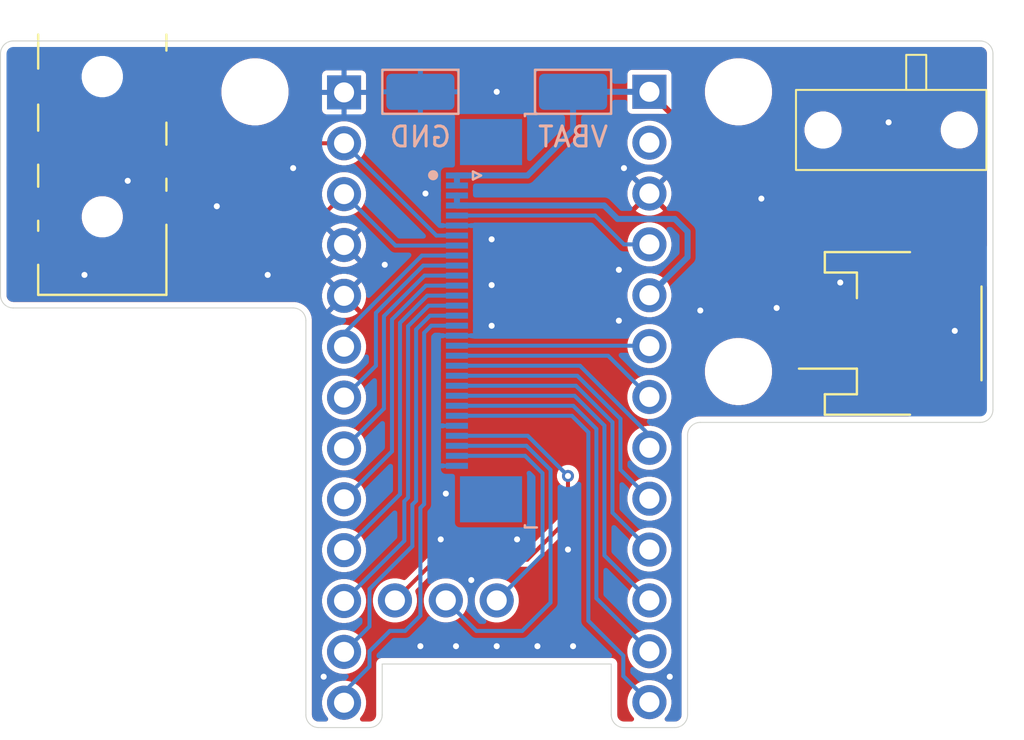
<source format=kicad_pcb>
(kicad_pcb (version 20241229) (generator "pcbnew") (generator_version "9.0")
  (layers (0 "F.Cu" signal) (2 "B.Cu" signal) (13 "F.Paste" user) (15 "B.Paste" user) (5 "F.SilkS" user "F.Silkscreen") (7 "B.SilkS" user "B.Silkscreen") (1 "F.Mask" user) (3 "B.Mask" user) (25 "Edge.Cuts" user))
  (net 0 "")
  (net 1 "GND")
  (net 2 "P1.00")
  (net 3 "P0.20")
  (net 4 "P0.11")
  (net 5 "P1.06")
  (net 6 "P0.22")
  (net 7 "P0.17")
  (net 8 "P0.24")
  (net 9 "P0.06")
  (net 10 "P0.08")
  (net 11 "P1.04")
  (net 12 "P1.07")
  (net 13 "P1.02")
  (net 14 "P1.01")
  (net 15 "+BATT")
  (net 16 "P0.02")
  (net 17 "P0.10")
  (net 18 "P0.29")
  (net 19 "P1.11")
  (net 20 "P0.31")
  (net 21 "RESET")
  (net 22 "P1.15")
  (net 23 "P1.13")
  (net 24 "+3.3V")
  (net 25 "P0.09")
  (net 27 "Net-(J5-Pin_1)")
  (net 33 "VBUS")
  (footprint "Connector_JST:JST_PH_S2B-PH-SM4-TB_1x02-1MP_P2.00mm_Horizontal" (layer "F.Cu") (at 154.305 103.505 90)
    (property "Reference" "J5" (hide yes))
    (property "Value" "Conn_Batt")
    (fp_line (start 4.06 -3.31) (end 3.04 -3.31) (stroke (width 0.12)) (layer "F.SilkS"))
    (fp_line (start 3.04 -3.31) (end 3.04 -1.71) (stroke (width 0.12)) (layer "F.SilkS"))
    (fp_line (start -3.04 -3.31) (end -3.04 -1.71) (stroke (width 0.12)) (layer "F.SilkS"))
    (fp_line (start -4.06 -3.31) (end -3.04 -3.31) (stroke (width 0.12)) (layer "F.SilkS"))
    (fp_line (start 3.04 -1.71) (end 1.76 -1.71) (stroke (width 0.12)) (layer "F.SilkS"))
    (fp_line (start -1.76 -1.71) (end -1.76 -4.6) (stroke (width 0.12)) (layer "F.SilkS"))
    (fp_line (start -3.04 -1.71) (end -1.76 -1.71) (stroke (width 0.12)) (layer "F.SilkS"))
    (fp_line (start 4.06 0.94) (end 4.06 -3.31) (stroke (width 0.12)) (layer "F.SilkS"))
    (fp_line (start -4.06 0.94) (end -4.06 -3.31) (stroke (width 0.12)) (layer "F.SilkS"))
    (fp_line (start -2.34 4.51) (end 2.34 4.51) (stroke (width 0.12)) (layer "F.SilkS"))
    (pad "1" smd roundrect (at -1 -2.85 90) (size 1 3.5) (layers "F.Cu" "F.Mask" "F.Paste") (net 27 "Net-(J5-Pin_1)"))
    (pad "2" smd roundrect (at 1 -2.85 90) (size 1 3.5) (layers "F.Cu" "F.Mask" "F.Paste") (net 1 "GND"))
    (pad "MP" smd roundrect (at -3.35 2.9 90) (size 1.5 3.4) (layers "F.Cu" "F.Mask" "F.Paste") (roundrect_rratio 0.166667))
    (pad "MP" smd roundrect (at 3.35 2.9 90) (size 1.5 3.4) (layers "F.Cu" "F.Mask" "F.Paste") (roundrect_rratio 0.166667))
  )
  (footprint "Connector_PinHeader_2.54mm:PinHeader_1x13_P2.54mm_Vertical" (layer "F.Cu") (at 127 91.47)
    (property "Reference" "J1" (hide yes))
    (property "Value" "Conn_01x13" (hide yes))
    (pad "1" thru_hole rect (at 0 0) (size 1.7 1.7) (drill 1) (layers "*.Cu" "*.Mask") (net 1 "GND"))
    (pad "2" thru_hole circle (at 0 2.54) (size 1.7 1.7) (drill 1) (layers "*.Cu" "*.Mask") (net 9 "P0.06"))
    (pad "3" thru_hole circle (at 0 5.08) (size 1.7 1.7) (drill 1) (layers "*.Cu" "*.Mask") (net 10 "P0.08"))
    (pad "4" thru_hole circle (at 0 7.62) (size 1.7 1.7) (drill 1) (layers "*.Cu" "*.Mask") (net 1 "GND"))
    (pad "5" thru_hole circle (at 0 10.16) (size 1.7 1.7) (drill 1) (layers "*.Cu" "*.Mask") (net 1 "GND"))
    (pad "6" thru_hole circle (at 0 12.7) (size 1.7 1.7) (drill 1) (layers "*.Cu" "*.Mask") (net 7 "P0.17"))
    (pad "7" thru_hole circle (at 0 15.24) (size 1.7 1.7) (drill 1) (layers "*.Cu" "*.Mask") (net 3 "P0.20"))
    (pad "8" thru_hole circle (at 0 17.78) (size 1.7 1.7) (drill 1) (layers "*.Cu" "*.Mask") (net 6 "P0.22"))
    (pad "9" thru_hole circle (at 0 20.32) (size 1.7 1.7) (drill 1) (layers "*.Cu" "*.Mask") (net 8 "P0.24"))
    (pad "10" thru_hole circle (at 0 22.86) (size 1.7 1.7) (drill 1) (layers "*.Cu" "*.Mask") (net 2 "P1.00"))
    (pad "11" thru_hole circle (at 0 25.4) (size 1.7 1.7) (drill 1) (layers "*.Cu" "*.Mask") (net 4 "P0.11"))
    (pad "12" thru_hole circle (at 0 27.94) (size 1.7 1.7) (drill 1) (layers "*.Cu" "*.Mask") (net 11 "P1.04"))
    (pad "13" thru_hole circle (at 0 30.48) (size 1.7 1.7) (drill 1) (layers "*.Cu" "*.Mask") (net 5 "P1.06"))
  )
  (footprint "Connector_PinHeader_2.54mm:PinHeader_1x03_P2.54mm_Vertical" (layer "F.Cu") (at 129.54 116.84 90)
    (property "Reference" "J2" (hide yes))
    (property "Value" "Conn_01x03" (hide yes))
    (pad "1" thru_hole circle (at 0 0 90) (size 1.7 1.7) (drill 1) (layers "*.Cu" "*.Mask") (net 14 "P1.01"))
    (pad "2" thru_hole circle (at 0 2.54 90) (size 1.7 1.7) (drill 1) (layers "*.Cu" "*.Mask") (net 13 "P1.02"))
    (pad "3" thru_hole circle (at 0 5.08 90) (size 1.7 1.7) (drill 1) (layers "*.Cu" "*.Mask") (net 12 "P1.07"))
  )
  (footprint "MountingHole:MountingHole_2.7mm_M2.5_ISO7380" (layer "F.Cu") (at 122.555 91.44)
    (property "Reference" "H1" (hide yes))
    (property "Value" "MountingHole" (hide yes))
    (pad "" np_thru_hole circle (at 0 0) (size 2.7 2.7) (drill 2.7) (layers "*.Cu" "*.Mask"))
  )
  (footprint "ErgoSNM_Keyboard:PJ-393 8P TRRS" (layer "F.Cu") (at 114.935 93.98 90)
    (property "Reference" "TRRS1" (hide yes))
    (property "Value" "PJ-393_TRRS_8P")
    (fp_line (start 3.7 -3.2) (end 5.4 -3.2) (stroke (width 0.12)) (layer "F.SilkS"))
    (fp_line (start 1.9 -3.2) (end 0.6 -3.2) (stroke (width 0.12)) (layer "F.SilkS"))
    (fp_line (start -1.1 -3.2) (end -2.2 -3.2) (stroke (width 0.12)) (layer "F.SilkS"))
    (fp_line (start -3.9 -3.2) (end -4.4 -3.2) (stroke (width 0.12)) (layer "F.SilkS"))
    (fp_line (start -6.1 -3.2) (end -7.6 -3.2) (stroke (width 0.12)) (layer "F.SilkS"))
    (fp_line (start -7.6 -3.2) (end -7.6 3.2) (stroke (width 0.12)) (layer "F.SilkS"))
    (fp_line (start 4.6 3.2) (end 5.4 3.2) (stroke (width 0.12)) (layer "F.SilkS"))
    (fp_line (start 1 3.2) (end -0.1 3.2) (stroke (width 0.12)) (layer "F.SilkS"))
    (fp_line (start -1.8 3.2) (end -2.4 3.2) (stroke (width 0.12)) (layer "F.SilkS"))
    (fp_line (start -7.6 3.2) (end -4.1 3.2) (stroke (width 0.12)) (layer "F.SilkS"))
    (pad "" np_thru_hole circle (at -3.7 0 270) (size 1.4 1.4) (drill 1.4) (layers "*.Cu" "*.Mask"))
    (pad "" np_thru_hole circle (at 3.3 0 270) (size 1.4 1.4) (drill 1.4) (layers "*.Cu" "*.Mask"))
    (pad "R1" smd roundrect (at -3.05 -3.45 270) (size 1.4 2.5) (layers "F.Cu" "F.Mask" "F.Paste") (net 10 "P0.08"))
    (pad "R1_{s}" smd roundrect (at -0.95 3.45 270) (size 1.4 2.5) (layers "F.Cu" "F.Mask" "F.Paste"))
    (pad "R2" smd roundrect (at -0.2 -3.45 270) (size 1.4 2.5) (layers "F.Cu" "F.Mask" "F.Paste") (net 9 "P0.06"))
    (pad "R2_{s}" smd roundrect (at 1.9 3.45 270) (size 1.4 2.5) (layers "F.Cu" "F.Mask" "F.Paste"))
    (pad "S" smd roundrect (at 2.8 -3.45 270) (size 1.4 2.5) (layers "F.Cu" "F.Mask" "F.Paste") (net 33 "VBUS"))
    (pad "S_{s}" smd roundrect (at 3.7 3.45 270) (size 1.4 2.5) (layers "F.Cu" "F.Mask" "F.Paste"))
    (pad "T" smd roundrect (at -3.2 3.45 270) (size 1.4 2.5) (layers "F.Cu" "F.Mask" "F.Paste") (net 1 "GND"))
    (pad "T_{s}" smd roundrect (at -5.3 -3.45 270) (size 1.4 2.5) (layers "F.Cu" "F.Mask" "F.Paste"))
  )
  (footprint "ErgoSNM_Keyboard:MSKT-22D14-T" (layer "F.Cu") (at 154.305 93.345 180)
    (property "Reference" "SW1" (hide yes))
    (property "Value" "SW_DPDT_x2" (hide yes))
    (fp_rect (start 4.75 -2) (end -4.75 2) (stroke (width 0.1)) (fill no) (layer "F.SilkS"))
    (fp_rect (start -0.75 2) (end -1.75 3.75) (stroke (width 0.1)) (fill no) (layer "F.SilkS"))
    (pad "" np_thru_hole circle (at -3.4 0 180) (size 1.2 1.2) (drill 1.2) (layers "*.Cu" "*.Mask"))
    (pad "" np_thru_hole circle (at 3.4 0 180) (size 1.2 1.2) (drill 1.2) (layers "*.Cu" "*.Mask"))
    (pad "1" smd roundrect (at -2.5 -2.9 180) (size 1.2 1.6) (layers "F.Cu" "F.Mask" "F.Paste") (roundrect_rratio 0.1666666667) (net 15 "+BATT"))
    (pad "2" smd roundrect (at 0 -2.9 180) (size 1.2 1.6) (layers "F.Cu" "F.Mask" "F.Paste") (roundrect_rratio 0.1666666667) (net 27 "Net-(J5-Pin_1)"))
    (pad "3" smd roundrect (at 2.5 -2.9 180) (size 1.2 1.6) (layers "F.Cu" "F.Mask" "F.Paste") (roundrect_rratio 0.1666666667))
    (pad "4" smd roundrect (at -2.5 2.9 180) (size 1.2 1.6) (layers "F.Cu" "F.Mask" "F.Paste") (roundrect_rratio 0.1666666667))
    (pad "5" smd roundrect (at 0 2.9 180) (size 1.2 1.6) (layers "F.Cu" "F.Mask" "F.Paste") (roundrect_rratio 0.1666666667))
    (pad "6" smd roundrect (at 2.5 2.9 180) (size 1.2 1.6) (layers "F.Cu" "F.Mask" "F.Paste") (roundrect_rratio 0.1666666667))
  )
  (footprint "Connector_PinHeader_2.54mm:PinHeader_1x13_P2.54mm_Vertical" (layer "F.Cu") (at 142.24 91.44)
    (property "Reference" "J3" (hide yes))
    (property "Value" "Conn_01x13" (hide yes))
    (pad "1" thru_hole rect (at 0 0) (size 1.7 1.7) (drill 1) (layers "*.Cu" "*.Mask") (net 15 "+BATT"))
    (pad "2" thru_hole circle (at 0 2.54) (size 1.7 1.7) (drill 1) (layers "*.Cu" "*.Mask"))
    (pad "3" thru_hole circle (at 0 5.08) (size 1.7 1.7) (drill 1) (layers "*.Cu" "*.Mask") (net 1 "GND"))
    (pad "4" thru_hole circle (at 0 7.62) (size 1.7 1.7) (drill 1) (layers "*.Cu" "*.Mask") (net 21 "RESET"))
    (pad "5" thru_hole circle (at 0 10.16) (size 1.7 1.7) (drill 1) (layers "*.Cu" "*.Mask") (net 24 "+3.3V"))
    (pad "6" thru_hole circle (at 0 12.7) (size 1.7 1.7) (drill 1) (layers "*.Cu" "*.Mask") (net 20 "P0.31"))
    (pad "7" thru_hole circle (at 0 15.24) (size 1.7 1.7) (drill 1) (layers "*.Cu" "*.Mask") (net 18 "P0.29"))
    (pad "8" thru_hole circle (at 0 17.78) (size 1.7 1.7) (drill 1) (layers "*.Cu" "*.Mask") (net 16 "P0.02"))
    (pad "9" thru_hole circle (at 0 20.32) (size 1.7 1.7) (drill 1) (layers "*.Cu" "*.Mask") (net 22 "P1.15"))
    (pad "10" thru_hole circle (at 0 22.86) (size 1.7 1.7) (drill 1) (layers "*.Cu" "*.Mask") (net 23 "P1.13"))
    (pad "11" thru_hole circle (at 0 25.4) (size 1.7 1.7) (drill 1) (layers "*.Cu" "*.Mask") (net 19 "P1.11"))
    (pad "12" thru_hole circle (at 0 27.94) (size 1.7 1.7) (drill 1) (layers "*.Cu" "*.Mask") (net 17 "P0.10"))
    (pad "13" thru_hole circle (at 0 30.48) (size 1.7 1.7) (drill 1) (layers "*.Cu" "*.Mask") (net 25 "P0.09"))
  )
  (footprint "MountingHole:MountingHole_2.7mm_M2.5_ISO7380" (layer "F.Cu") (at 146.685 91.44)
    (property "Reference" "H2" (hide yes))
    (property "Value" "MountingHole" (hide yes))
    (pad "" np_thru_hole circle (at 0 0) (size 2.7 2.7) (drill 2.7) (layers "*.Cu" "*.Mask"))
  )
  (footprint "MountingHole:MountingHole_2.7mm_M2.5_ISO7380" (layer "F.Cu") (at 146.685 105.41)
    (property "Reference" "H3" (hide yes))
    (property "Value" "MountingHole" (hide yes))
    (pad "" np_thru_hole circle (at 0 0) (size 2.7 2.7) (drill 2.7) (layers "*.Cu" "*.Mask"))
  )
  (footprint "TestPoint:TestPoint_Keystone_5015_Micro_Mini" (layer "B.Cu") (at 130.81 91.44 180)
    (property "Reference" "TP2" (hide yes))
    (property "Value" "GND" (at 0 -2.25 0) (layer "B.SilkS") (effects (justify mirror)))
    (fp_rect (start -1.9 1.1) (end 1.9 -1.1) (stroke (width 0.12)) (fill no) (layer "B.SilkS"))
    (pad "1" smd roundrect (at 0 0 180) (size 3.4 1.8) (layers "B.Cu" "B.Mask" "B.Paste") (roundrect_rratio 0.1388888889) (net 1 "GND"))
  )
  (footprint "TestPoint:TestPoint_Keystone_5015_Micro_Mini" (layer "B.Cu") (at 138.43 91.44 180)
    (property "Reference" "TP1" (hide yes))
    (property "Value" "VBAT" (at 0 -2.25 0) (layer "B.SilkS") (effects (justify mirror)))
    (fp_rect (start -1.9 1.1) (end 1.9 -1.1) (stroke (width 0.12)) (fill no) (layer "B.SilkS"))
    (pad "1" smd roundrect (at 0 0 180) (size 3.4 1.8) (layers "B.Cu" "B.Mask" "B.Paste") (roundrect_rratio 0.1388888889) (net 15 "+BATT"))
  )
  (footprint "Connector_FFC-FPC:TE_3-1734839-0_1x30-1MP_P0.5mm_Horizontal" (layer "B.Cu") (at 133.985 102.87 -90)
    (property "Reference" "J4" (hide yes))
    (property "Value" "Conn_01x30")
    (fp_line (start -7.45 0.55) (end -7.25 0.15) (stroke (width 0.12)) (layer "B.SilkS"))
    (fp_line (start -7.05 0.55) (end -7.45 0.55) (stroke (width 0.12)) (layer "B.SilkS"))
    (fp_line (start -7.25 0.15) (end -7.05 0.55) (stroke (width 0.12)) (layer "B.SilkS"))
    (fp_line (start -10.325 -2.04) (end -10.325 -2.64) (stroke (width 0.12)) (layer "B.SilkS"))
    (fp_line (start -10.215 -2.04) (end -10.325 -2.04) (stroke (width 0.12)) (layer "B.SilkS"))
    (fp_line (start 10.215 -2.04) (end 10.325 -2.04) (stroke (width 0.12)) (layer "B.SilkS"))
    (fp_line (start 10.325 -2.04) (end 10.325 -2.64) (stroke (width 0.12)) (layer "B.SilkS"))
    (pad "1" smd rect (at -7.25 1.35 270) (size 0.3 1.1) (layers "B.Cu" "B.Mask" "B.Paste") (net 15 "+BATT"))
    (pad "2" smd rect (at -6.75 1.35 270) (size 0.3 1.1) (layers "B.Cu" "B.Mask" "B.Paste") (net 15 "+BATT"))
    (pad "3" smd rect (at -6.25 1.35 270) (size 0.3 1.1) (layers "B.Cu" "B.Mask" "B.Paste") (net 24 "+3.3V"))
    (pad "4" smd rect (at -5.75 1.35 270) (size 0.3 1.1) (layers "B.Cu" "B.Mask" "B.Paste") (net 24 "+3.3V"))
    (pad "5" smd rect (at -5.25 1.35 270) (size 0.3 1.1) (layers "B.Cu" "B.Mask" "B.Paste") (net 21 "RESET"))
    (pad "6" smd rect (at -4.75 1.35 270) (size 0.3 1.1) (layers "B.Cu" "B.Mask" "B.Paste") (net 1 "GND"))
    (pad "7" smd rect (at -4.25 1.35 270) (size 0.3 1.1) (layers "B.Cu" "B.Mask" "B.Paste") (net 9 "P0.06"))
    (pad "8" smd rect (at -3.75 1.35 270) (size 0.3 1.1) (layers "B.Cu" "B.Mask" "B.Paste") (net 10 "P0.08"))
    (pad "9" smd rect (at -3.25 1.35 270) (size 0.3 1.1) (layers "B.Cu" "B.Mask" "B.Paste") (net 7 "P0.17"))
    (pad "10" smd rect (at -2.75 1.35 270) (size 0.3 1.1) (layers "B.Cu" "B.Mask" "B.Paste") (net 3 "P0.20"))
    (pad "11" smd rect (at -2.25 1.35 270) (size 0.3 1.1) (layers "B.Cu" "B.Mask" "B.Paste") (net 6 "P0.22"))
    (pad "12" smd rect (at -1.75 1.35 270) (size 0.3 1.1) (layers "B.Cu" "B.Mask" "B.Paste") (net 8 "P0.24"))
    (pad "13" smd rect (at -1.25 1.35 270) (size 0.3 1.1) (layers "B.Cu" "B.Mask" "B.Paste") (net 2 "P1.00"))
    (pad "14" smd rect (at -0.75 1.35 270) (size 0.3 1.1) (layers "B.Cu" "B.Mask" "B.Paste") (net 4 "P0.11"))
    (pad "15" smd rect (at -0.25 1.35 270) (size 0.3 1.1) (layers "B.Cu" "B.Mask" "B.Paste") (net 11 "P1.04"))
    (pad "16" smd rect (at 0.25 1.35 270) (size 0.3 1.1) (layers "B.Cu" "B.Mask" "B.Paste") (net 5 "P1.06"))
    (pad "17" smd rect (at 0.75 1.35 270) (size 0.3 1.1) (layers "B.Cu" "B.Mask" "B.Paste") (net 1 "GND"))
    (pad "18" smd rect (at 1.25 1.35 270) (size 0.3 1.1) (layers "B.Cu" "B.Mask" "B.Paste") (net 20 "P0.31"))
    (pad "19" smd rect (at 1.75 1.35 270) (size 0.3 1.1) (layers "B.Cu" "B.Mask" "B.Paste") (net 18 "P0.29"))
    (pad "20" smd rect (at 2.25 1.35 270) (size 0.3 1.1) (layers "B.Cu" "B.Mask" "B.Paste") (net 16 "P0.02"))
    (pad "21" smd rect (at 2.75 1.35 270) (size 0.3 1.1) (layers "B.Cu" "B.Mask" "B.Paste") (net 22 "P1.15"))
    (pad "22" smd rect (at 3.25 1.35 270) (size 0.3 1.1) (layers "B.Cu" "B.Mask" "B.Paste") (net 23 "P1.13"))
    (pad "23" smd rect (at 3.75 1.35 270) (size 0.3 1.1) (layers "B.Cu" "B.Mask" "B.Paste") (net 19 "P1.11"))
    (pad "24" smd rect (at 4.25 1.35 270) (size 0.3 1.1) (layers "B.Cu" "B.Mask" "B.Paste") (net 17 "P0.10"))
    (pad "25" smd rect (at 4.75 1.35 270) (size 0.3 1.1) (layers "B.Cu" "B.Mask" "B.Paste") (net 25 "P0.09"))
    (pad "26" smd rect (at 5.25 1.35 270) (size 0.3 1.1) (layers "B.Cu" "B.Mask" "B.Paste") (net 1 "GND"))
    (pad "27" smd rect (at 5.75 1.35 270) (size 0.3 1.1) (layers "B.Cu" "B.Mask" "B.Paste") (net 14 "P1.01"))
    (pad "28" smd rect (at 6.25 1.35 270) (size 0.3 1.1) (layers "B.Cu" "B.Mask" "B.Paste") (net 13 "P1.02"))
    (pad "29" smd rect (at 6.75 1.35 270) (size 0.3 1.1) (layers "B.Cu" "B.Mask" "B.Paste") (net 12 "P1.07"))
    (pad "30" smd rect (at 7.25 1.35 270) (size 0.3 1.1) (layers "B.Cu" "B.Mask" "B.Paste") (net 1 "GND"))
    (pad "MP" smd rect (at -8.92 -0.35 270) (size 2.3 3.1) (layers "B.Cu" "B.Mask" "B.Paste"))
    (pad "MP" smd rect (at 8.92 -0.35 270) (size 2.3 3.1) (layers "B.Cu" "B.Mask" "B.Paste"))
  )
  (gr_circle (center 131.445 95.606444) (end 131.191 95.606444) (fill yes) (layer "B.SilkS"))
  (gr_arc (start 159.384999 107.314999) (mid 159.199012 107.764012) (end 158.749999 107.949999) (stroke (width 0.05)) (layer "Edge.Cuts"))
  (gr_line (start 144.145001 108.585) (end 144.144998 122.554999) (stroke (width 0.05)) (layer "Edge.Cuts"))
  (gr_line (start 109.855 101.6) (end 109.855 89.535) (stroke (width 0.05)) (layer "Edge.Cuts"))
  (gr_arc (start 124.46 102.235) (mid 124.909013 102.420987) (end 125.095 102.87) (stroke (width 0.05)) (layer "Edge.Cuts"))
  (gr_line (start 128.905 120.015) (end 128.905 122.555) (stroke (width 0.05)) (layer "Edge.Cuts"))
  (gr_line (start 140.97 123.19) (end 143.509999 123.189998) (stroke (width 0.05)) (layer "Edge.Cuts"))
  (gr_arc (start 110.49 102.235) (mid 110.040987 102.049013) (end 109.855 101.6) (stroke (width 0.05)) (layer "Edge.Cuts"))
  (gr_line (start 110.49 88.9) (end 158.75 88.9) (stroke (width 0.05)) (layer "Edge.Cuts"))
  (gr_arc (start 128.905 122.555) (mid 128.719013 123.004013) (end 128.27 123.19) (stroke (width 0.05)) (layer "Edge.Cuts"))
  (gr_line (start 140.335 120.015) (end 128.905 120.015) (stroke (width 0.05)) (layer "Edge.Cuts"))
  (gr_line (start 128.27 123.19) (end 125.73 123.19) (stroke (width 0.05)) (layer "Edge.Cuts"))
  (gr_arc (start 140.97 123.19) (mid 140.520987 123.004013) (end 140.335 122.555) (stroke (width 0.05)) (layer "Edge.Cuts"))
  (gr_arc (start 125.73 123.19) (mid 125.280987 123.004013) (end 125.095 122.555) (stroke (width 0.05)) (layer "Edge.Cuts"))
  (gr_arc (start 144.145001 108.585001) (mid 144.330988 108.135988) (end 144.780001 107.950001) (stroke (width 0.05)) (layer "Edge.Cuts"))
  (gr_arc (start 158.75 88.9) (mid 159.199013 89.085987) (end 159.385 89.535) (stroke (width 0.05)) (layer "Edge.Cuts"))
  (gr_arc (start 144.144999 122.554999) (mid 143.959012 123.004012) (end 143.509999 123.189999) (stroke (width 0.05)) (layer "Edge.Cuts"))
  (gr_line (start 125.095 122.555) (end 125.095 102.87) (stroke (width 0.05)) (layer "Edge.Cuts"))
  (gr_line (start 159.385 89.535) (end 159.384999 107.315) (stroke (width 0.05)) (layer "Edge.Cuts"))
  (gr_line (start 124.46 102.235) (end 110.49 102.235) (stroke (width 0.05)) (layer "Edge.Cuts"))
  (gr_line (start 140.335 122.555) (end 140.335 120.015) (stroke (width 0.05)) (layer "Edge.Cuts"))
  (gr_arc (start 109.855 89.535) (mid 110.040987 89.085987) (end 110.49 88.9) (stroke (width 0.05)) (layer "Edge.Cuts"))
  (gr_line (start 158.75 107.949999) (end 144.78 107.950001) (stroke (width 0.05)) (layer "Edge.Cuts"))
  (via (at 130.81 119.126) (size 0.6) (drill 0.3) (layers "F.Cu" "B.Cu") (net 1))
  (via (at 123.19 100.584) (size 0.6) (drill 0.3) (layers "F.Cu" "B.Cu") (net 1))
  (via (at 132.588 119.126) (size 0.6) (drill 0.3) (layers "F.Cu" "B.Cu") (net 1))
  (via (at 124.46 95.25) (size 0.6) (drill 0.3) (layers "F.Cu" "B.Cu") (net 1))
  (via (at 114.046 100.584) (size 0.6) (drill 0.3) (layers "F.Cu" "B.Cu") (net 1))
  (via (at 134.366 98.806) (size 0.6) (drill 0.3) (layers "F.Cu" "B.Cu") (net 1))
  (via (at 134.366 103.124) (size 0.6) (drill 0.3) (layers "F.Cu" "B.Cu") (net 1))
  (via (at 147.828 96.774) (size 0.6) (drill 0.3) (layers "F.Cu" "B.Cu") (net 1))
  (via (at 131.064 96.52) (size 0.6) (drill 0.3) (layers "F.Cu" "B.Cu") (net 1))
  (via (at 151.765 100.965) (size 0.6) (drill 0.3) (layers "F.Cu" "B.Cu") (net 1))
  (via (at 138.43 119.126) (size 0.6) (drill 0.3) (layers "F.Cu" "B.Cu") (net 1))
  (via (at 144.78 102.362) (size 0.6) (drill 0.3) (layers "F.Cu" "B.Cu") (net 1))
  (via (at 138.176 114.3) (size 0.6) (drill 0.3) (layers "F.Cu" "B.Cu") (net 1))
  (via (at 133.35 115.824) (size 0.6) (drill 0.3) (layers "F.Cu" "B.Cu") (net 1))
  (via (at 125.984 120.65) (size 0.6) (drill 0.3) (layers "F.Cu" "B.Cu") (net 1))
  (via (at 154.178 92.964) (size 0.6) (drill 0.3) (layers "F.Cu" "B.Cu") (net 1))
  (via (at 116.205 95.885) (size 0.6) (drill 0.3) (layers "F.Cu" "B.Cu") (net 1))
  (via (at 132.08 111.506) (size 0.6) (drill 0.3) (layers "F.Cu" "B.Cu") (net 1))
  (via (at 134.62 119.126) (size 0.6) (drill 0.3) (layers "F.Cu" "B.Cu") (net 1))
  (via (at 136.652 119.126) (size 0.6) (drill 0.3) (layers "F.Cu" "B.Cu") (net 1))
  (via (at 131.826 113.792) (size 0.6) (drill 0.3) (layers "F.Cu" "B.Cu") (net 1))
  (via (at 140.716 102.87) (size 0.6) (drill 0.3) (layers "F.Cu" "B.Cu") (net 1))
  (via (at 135.636 113.792) (size 0.6) (drill 0.3) (layers "F.Cu" "B.Cu") (net 1))
  (via (at 140.97 95.25) (size 0.6) (drill 0.3) (layers "F.Cu" "B.Cu") (net 1))
  (via (at 140.716 100.33) (size 0.6) (drill 0.3) (layers "F.Cu" "B.Cu") (net 1))
  (via (at 129.032 100.076) (size 0.6) (drill 0.3) (layers "F.Cu" "B.Cu") (net 1))
  (via (at 134.366 101.092) (size 0.6) (drill 0.3) (layers "F.Cu" "B.Cu") (net 1))
  (via (at 143.256 120.65) (size 0.6) (drill 0.3) (layers "F.Cu" "B.Cu") (net 1))
  (via (at 157.48 103.378) (size 0.6) (drill 0.3) (layers "F.Cu" "B.Cu") (net 1))
  (via (at 148.59 102.235) (size 0.6) (drill 0.3) (layers "F.Cu" "B.Cu") (net 1))
  (via (at 134.62 91.44) (size 0.6) (drill 0.3) (layers "F.Cu" "B.Cu") (net 1))
  (via (at 120.65 97.155) (size 0.6) (drill 0.3) (layers "F.Cu" "B.Cu") (net 1))
  (segment (start 132.635 103.62) (end 133.87 103.62) (width 0.2) (layer "B.Cu") (net 1))
  (segment (start 131.572 103.886) (end 131.572 108.204) (width 0.2) (layer "B.Cu") (net 1))
  (segment (start 133.87 103.62) (end 134.366 103.124) (width 0.2) (layer "B.Cu") (net 1))
  (segment (start 132.635 103.62) (end 131.838 103.62) (width 0.2) (layer "B.Cu") (net 1))
  (segment (start 131.838 103.62) (end 131.572 103.886) (width 0.2) (layer "B.Cu") (net 1))
  (segment (start 132.635 98.12) (end 131.833 98.12) (width 0.2) (layer "B.Cu") (net 1))
  (segment (start 132.635 98.12) (end 133.68 98.12) (width 0.2) (layer "B.Cu") (net 1))
  (segment (start 133.68 98.12) (end 134.366 98.806) (width 0.2) (layer "B.Cu") (net 1))
  (segment (start 131.572 108.204) (end 131.572 110.236) (width 0.2) (layer "B.Cu") (net 1))
  (segment (start 131.572 110.12) (end 131.572 110.236) (width 0.2) (layer "B.Cu") (net 1))
  (segment (start 131.064 97.351) (end 131.064 96.52) (width 0.2) (layer "B.Cu") (net 1))
  (segment (start 132.635 108.12) (end 131.572 108.12) (width 0.2) (layer "B.Cu") (net 1))
  (segment (start 131.572 108.12) (end 131.572 108.204) (width 0.2) (layer "B.Cu") (net 1))
  (segment (start 132.635 110.12) (end 131.572 110.12) (width 0.2) (layer "B.Cu") (net 1))
  (segment (start 131.833 98.12) (end 131.064 97.351) (width 0.2) (layer "B.Cu") (net 1))
  (segment (start 131.572 110.998) (end 132.08 111.506) (width 0.2) (layer "B.Cu") (net 1))
  (segment (start 131.572 110.236) (end 131.572 110.998) (width 0.2) (layer "B.Cu") (net 1))
  (segment (start 129.794 102.9794) (end 129.794 111.536) (width 0.2) (layer "B.Cu") (net 2))
  (segment (start 132.635 101.62) (end 131.1534 101.62) (width 0.2) (layer "B.Cu") (net 2))
  (segment (start 129.794 111.536) (end 127 114.33) (width 0.2) (layer "B.Cu") (net 2))
  (segment (start 131.1534 101.62) (end 129.794 102.9794) (width 0.2) (layer "B.Cu") (net 2))
  (segment (start 128.591 105.119) (end 127 106.71) (width 0.2) (layer "B.Cu") (net 3))
  (segment (start 128.591 102.4811) (end 128.591 105.119) (width 0.2) (layer "B.Cu") (net 3))
  (segment (start 132.635 100.12) (end 130.9521 100.12) (width 0.2) (layer "B.Cu") (net 3))
  (segment (start 130.9521 100.12) (end 128.591 102.4811) (width 0.2) (layer "B.Cu") (net 3))
  (segment (start 130.008 111.8891) (end 130.008 113.862) (width 0.2) (layer "B.Cu") (net 4))
  (segment (start 130.195 111.7021) (end 130.008 111.8891) (width 0.2) (layer "B.Cu") (net 4))
  (segment (start 131.2205 102.12) (end 130.195 103.1455) (width 0.2) (layer "B.Cu") (net 4))
  (segment (start 130.008 113.862) (end 127 116.87) (width 0.2) (layer "B.Cu") (net 4))
  (segment (start 132.635 102.12) (end 131.2205 102.12) (width 0.2) (layer "B.Cu") (net 4))
  (segment (start 130.195 103.1455) (end 130.195 111.7021) (width 0.2) (layer "B.Cu") (net 4))
  (segment (start 127 121.412) (end 128.27 120.142) (width 0.2) (layer "B.Cu") (net 5))
  (segment (start 130.81 117.602) (end 130.81 112.2213) (width 0.2) (layer "B.Cu") (net 5))
  (segment (start 130.81 112.2213) (end 130.997 112.0343) (width 0.2) (layer "B.Cu") (net 5))
  (segment (start 128.27 120.142) (end 128.27 119.38) (width 0.2) (layer "B.Cu") (net 5))
  (segment (start 128.27 119.38) (end 129.286 118.364) (width 0.2) (layer "B.Cu") (net 5))
  (segment (start 130.997 112.0343) (end 130.997 103.4777) (width 0.2) (layer "B.Cu") (net 5))
  (segment (start 130.997 103.4777) (end 131.3547 103.12) (width 0.2) (layer "B.Cu") (net 5))
  (segment (start 131.3547 103.12) (end 132.635 103.12) (width 0.2) (layer "B.Cu") (net 5))
  (segment (start 129.286 118.364) (end 130.048 118.364) (width 0.2) (layer "B.Cu") (net 5))
  (segment (start 130.048 118.364) (end 130.81 117.602) (width 0.2) (layer "B.Cu") (net 5))
  (segment (start 127 121.95) (end 127 121.412) (width 0.2) (layer "B.Cu") (net 5))
  (segment (start 128.992 107.258) (end 127 109.25) (width 0.2) (layer "B.Cu") (net 6))
  (segment (start 128.992 102.6472) (end 128.992 107.258) (width 0.2) (layer "B.Cu") (net 6))
  (segment (start 131.0192 100.62) (end 128.992 102.6472) (width 0.2) (layer "B.Cu") (net 6))
  (segment (start 132.635 100.62) (end 131.0192 100.62) (width 0.2) (layer "B.Cu") (net 6))
  (segment (start 130.885 99.62) (end 127 103.505) (width 0.2) (layer "B.Cu") (net 7))
  (segment (start 132.635 99.62) (end 130.885 99.62) (width 0.2) (layer "B.Cu") (net 7))
  (segment (start 127 103.505) (end 127 104.17) (width 0.2) (layer "B.Cu") (net 7))
  (segment (start 129.393 109.397) (end 127 111.79) (width 0.2) (layer "B.Cu") (net 8))
  (segment (start 132.635 101.12) (end 131.0863 101.12) (width 0.2) (layer "B.Cu") (net 8))
  (segment (start 131.0863 101.12) (end 129.393 102.8133) (width 0.2) (layer "B.Cu") (net 8))
  (segment (start 129.393 102.8133) (end 129.393 109.397) (width 0.2) (layer "B.Cu") (net 8))
  (segment (start 120.127827 93.345) (end 120.792827 94.01) (width 0.2) (layer "F.Cu") (net 9))
  (segment (start 115.927336 94.18) (end 116.762336 93.345) (width 0.2) (layer "F.Cu") (net 9))
  (segment (start 120.792827 94.01) (end 127 94.01) (width 0.2) (layer "F.Cu") (net 9))
  (segment (start 111.485 94.18) (end 115.927336 94.18) (width 0.2) (layer "F.Cu") (net 9))
  (segment (start 116.762336 93.345) (end 120.127827 93.345) (width 0.2) (layer "F.Cu") (net 9))
  (segment (start 132.635 98.62) (end 131.61 98.62) (width 0.2) (layer "B.Cu") (net 9))
  (segment (start 131.61 98.62) (end 127 94.01) (width 0.2) (layer "B.Cu") (net 9))
  (segment (start 111.8775 97.03) (end 113.6585 98.811) (width 0.2) (layer "F.Cu") (net 10))
  (segment (start 124.739 98.811) (end 127 96.55) (width 0.2) (layer "F.Cu") (net 10))
  (segment (start 111.485 97.03) (end 111.8775 97.03) (width 0.2) (layer "F.Cu") (net 10))
  (segment (start 113.6585 98.811) (end 124.739 98.811) (width 0.2) (layer "F.Cu") (net 10))
  (segment (start 129.57 99.12) (end 132.635 99.12) (width 0.2) (layer "B.Cu") (net 10))
  (segment (start 127 96.55) (end 129.57 99.12) (width 0.2) (layer "B.Cu") (net 10))
  (segment (start 128.27 116.27424) (end 128.27 118.14) (width 0.2) (layer "B.Cu") (net 11))
  (segment (start 130.596 103.3116) (end 130.596 111.8682) (width 0.2) (layer "B.Cu") (net 11))
  (segment (start 130.596 111.8682) (end 130.409 112.0552) (width 0.2) (layer "B.Cu") (net 11))
  (segment (start 130.409 112.0552) (end 130.409 114.13524) (width 0.2) (layer "B.Cu") (net 11))
  (segment (start 128.27 118.14) (end 127 119.41) (width 0.2) (layer "B.Cu") (net 11))
  (segment (start 132.635 102.62) (end 131.2876 102.62) (width 0.2) (layer "B.Cu") (net 11))
  (segment (start 130.409 114.13524) (end 128.27 116.27424) (width 0.2) (layer "B.Cu") (net 11))
  (segment (start 131.2876 102.62) (end 130.596 103.3116) (width 0.2) (layer "B.Cu") (net 11))
  (segment (start 132.635 109.62) (end 136.036 109.62) (width 0.2) (layer "B.Cu") (net 12))
  (segment (start 136.906 114.554) (end 134.62 116.84) (width 0.2) (layer "B.Cu") (net 12))
  (segment (start 136.036 109.62) (end 136.906 110.49) (width 0.2) (layer "B.Cu") (net 12))
  (segment (start 136.906 110.49) (end 136.906 114.554) (width 0.2) (layer "B.Cu") (net 12))
  (segment (start 135.89 118.364) (end 133.604 118.364) (width 0.2) (layer "B.Cu") (net 13))
  (segment (start 136.1031 109.12) (end 137.307 110.3239) (width 0.2) (layer "B.Cu") (net 13))
  (segment (start 132.635 109.12) (end 136.1031 109.12) (width 0.2) (layer "B.Cu") (net 13))
  (segment (start 137.307 110.3239) (end 137.307 116.947) (width 0.2) (layer "B.Cu") (net 13))
  (segment (start 137.307 116.947) (end 135.89 118.364) (width 0.2) (layer "B.Cu") (net 13))
  (segment (start 133.604 118.364) (end 132.08 116.84) (width 0.2) (layer "B.Cu") (net 13))
  (segment (start 136.144 114.808) (end 131.572 114.808) (width 0.2) (layer "F.Cu") (net 14))
  (segment (start 131.572 114.808) (end 129.54 116.84) (width 0.2) (layer "F.Cu") (net 14))
  (segment (start 138.176 112.776) (end 136.144 114.808) (width 0.2) (layer "F.Cu") (net 14))
  (segment (start 138.176 110.6258) (end 138.176 112.776) (width 0.2) (layer "F.Cu") (net 14))
  (via (at 138.176 110.6258) (size 0.6) (drill 0.3) (layers "F.Cu" "B.Cu") (net 14))
  (segment (start 138.176 110.6258) (end 136.1702 108.62) (width 0.2) (layer "B.Cu") (net 14))
  (segment (start 136.1702 108.62) (end 132.635 108.62) (width 0.2) (layer "B.Cu") (net 14))
  (segment (start 155.175 94.615) (end 156.805 96.245) (width 0.3) (layer "F.Cu") (net 15))
  (segment (start 145.415 94.615) (end 155.175 94.615) (width 0.3) (layer "F.Cu") (net 15))
  (segment (start 142.24 91.44) (end 145.415 94.615) (width 0.3) (layer "F.Cu") (net 15))
  (segment (start 132.635 95.62) (end 136.155 95.62) (width 0.3) (layer "B.Cu") (net 15))
  (segment (start 136.155 95.62) (end 138.43 93.345) (width 0.3) (layer "B.Cu") (net 15))
  (segment (start 138.43 93.345) (end 138.43 91.44) (width 0.3) (layer "B.Cu") (net 15))
  (segment (start 132.635 96.12) (end 132.635 95.62) (width 0.3) (layer "B.Cu") (net 15))
  (segment (start 142.24 91.44) (end 138.43 91.44) (width 0.3) (layer "B.Cu") (net 15))
  (segment (start 132.635 105.12) (end 138.775 105.12) (width 0.2) (layer "B.Cu") (net 16))
  (segment (start 138.775 105.12) (end 142.24 108.585) (width 0.2) (layer "B.Cu") (net 16))
  (segment (start 142.24 108.585) (end 142.24 109.22) (width 0.2) (layer "B.Cu") (net 16))
  (segment (start 139.593 108.2743) (end 139.593 116.733) (width 0.2) (layer "B.Cu") (net 17))
  (segment (start 132.635 107.12) (end 138.4387 107.12) (width 0.2) (layer "B.Cu") (net 17))
  (segment (start 138.4387 107.12) (end 139.593 108.2743) (width 0.2) (layer "B.Cu") (net 17))
  (segment (start 139.593 116.733) (end 142.24 119.38) (width 0.2) (layer "B.Cu") (net 17))
  (segment (start 140.18 104.62) (end 142.24 106.68) (width 0.2) (layer "B.Cu") (net 18))
  (segment (start 132.635 104.62) (end 140.18 104.62) (width 0.2) (layer "B.Cu") (net 18))
  (segment (start 132.635 106.62) (end 138.5058 106.62) (width 0.2) (layer "B.Cu") (net 19))
  (segment (start 138.5058 106.62) (end 139.994 108.1082) (width 0.2) (layer "B.Cu") (net 19))
  (segment (start 139.994 114.594) (end 142.24 116.84) (width 0.2) (layer "B.Cu") (net 19))
  (segment (start 139.994 108.1082) (end 139.994 114.594) (width 0.2) (layer "B.Cu") (net 19))
  (segment (start 142.22 104.12) (end 142.24 104.14) (width 0.2) (layer "B.Cu") (net 20))
  (segment (start 132.635 104.12) (end 142.22 104.12) (width 0.2) (layer "B.Cu") (net 20))
  (segment (start 140.97 99.06) (end 139.53 97.62) (width 0.2) (layer "B.Cu") (net 21))
  (segment (start 139.53 97.62) (end 132.635 97.62) (width 0.2) (layer "B.Cu") (net 21))
  (segment (start 142.24 99.06) (end 140.97 99.06) (width 0.2) (layer "B.Cu") (net 21))
  (segment (start 138.64 105.62) (end 140.796 107.776) (width 0.2) (layer "B.Cu") (net 22))
  (segment (start 140.796 107.776) (end 140.796 110.316) (width 0.2) (layer "B.Cu") (net 22))
  (segment (start 132.635 105.62) (end 138.64 105.62) (width 0.2) (layer "B.Cu") (net 22))
  (segment (start 140.796 110.316) (end 142.24 111.76) (width 0.2) (layer "B.Cu") (net 22))
  (segment (start 138.5729 106.12) (end 140.395 107.9421) (width 0.2) (layer "B.Cu") (net 23))
  (segment (start 140.395 107.9421) (end 140.395 112.455) (width 0.2) (layer "B.Cu") (net 23))
  (segment (start 132.635 106.12) (end 138.5729 106.12) (width 0.2) (layer "B.Cu") (net 23))
  (segment (start 140.395 112.455) (end 142.24 114.3) (width 0.2) (layer "B.Cu") (net 23))
  (segment (start 132.635 97.12) (end 139.9825 97.12) (width 0.3) (layer "B.Cu") (net 24))
  (segment (start 132.635 96.62) (end 132.635 97.12) (width 0.3) (layer "B.Cu") (net 24))
  (segment (start 139.9825 97.12) (end 140.6525 97.79) (width 0.3) (layer "B.Cu") (net 24))
  (segment (start 144.145 99.695) (end 142.24 101.6) (width 0.3) (layer "B.Cu") (net 24))
  (segment (start 143.51 97.79) (end 144.145 98.425) (width 0.3) (layer "B.Cu") (net 24))
  (segment (start 140.6525 97.79) (end 143.51 97.79) (width 0.3) (layer "B.Cu") (net 24))
  (segment (start 144.145 98.425) (end 144.145 99.695) (width 0.3) (layer "B.Cu") (net 24))
  (segment (start 140.936 120.616) (end 140.936 119.6) (width 0.2) (layer "B.Cu") (net 25))
  (segment (start 139.192 108.4404) (end 138.3716 107.62) (width 0.2) (layer "B.Cu") (net 25))
  (segment (start 138.3716 107.62) (end 132.635 107.62) (width 0.2) (layer "B.Cu") (net 25))
  (segment (start 140.936 119.6) (end 139.192 117.856) (width 0.2) (layer "B.Cu") (net 25))
  (segment (start 139.192 117.856) (end 139.192 108.4404) (width 0.2) (layer "B.Cu") (net 25))
  (segment (start 142.24 121.92) (end 140.936 120.616) (width 0.2) (layer "B.Cu") (net 25))
  (segment (start 154.305 96.245) (end 154.305 103.505) (width 0.3) (layer "F.Cu") (net 27))
  (segment (start 153.305 104.505) (end 151.455 104.505) (width 0.3) (layer "F.Cu") (net 27))
  (segment (start 154.305 103.505) (end 153.305 104.505) (width 0.3) (layer "F.Cu") (net 27))
  (zone (net 1) (net_name "GND") (layers "F.Cu" "B.Cu") (connect_pads (clearance 0.25)) (min_thickness 0.25) (fill yes (thermal_gap 0.25) (thermal_bridge_width 0.25))
    (polygon (pts (xy 109.855 88.9) (xy 159.385 88.9) (xy 159.385 123.825) (xy 109.855 123.825)))
  )
)
</source>
